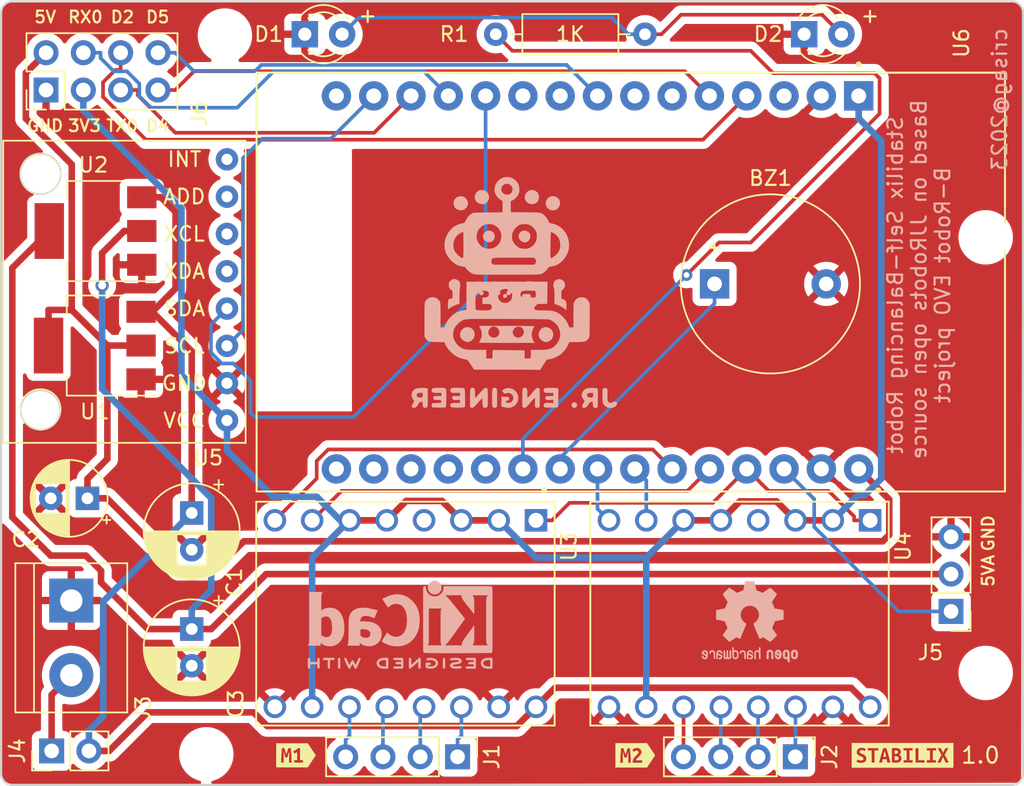
<source format=kicad_pcb>
(kicad_pcb (version 20221018) (generator pcbnew)
  (title_block (title "Stabilix - The 2WD Self-Balancing Robot") (date "2023-12-25") (rev "1.0") (company "Blue Manufatura e Comércio de Eletrônicos Ltda") (comment 2 "Based on JJ Robots open source project") (comment 3 "The 2WD Self-Balancing Robot") (comment 4 "Stabilix"))
  (layers (0 "F.Cu" signal) (31 "B.Cu" signal) (34 "B.Paste" user) (35 "F.Paste" user) (36 "B.SilkS" user "B.Silkscreen") (37 "F.SilkS" user "F.Silkscreen") (38 "B.Mask" user) (39 "F.Mask" user) (44 "Edge.Cuts" user))
  (net 0 "")
  (net 1 "GND")
  (net 2 "+7.5V")
  (net 3 "/~{ENABLE}")
  (net 4 "/M1-STEP")
  (net 5 "/M1-DIR")
  (net 6 "/M2-STEP")
  (net 7 "/M2-DIR")
  (net 8 "Net-(BZ1--)")
  (net 9 "Net-(D1-A)")
  (net 10 "/M1-1B")
  (net 11 "/M1-1A")
  (net 12 "/M1-2A")
  (net 13 "/M1-2B")
  (net 14 "+5VA")
  (net 15 "/M2-1B")
  (net 16 "/M2-1A")
  (net 17 "/M2-2A")
  (net 18 "/M2-2B")
  (net 19 "+5V")
  (net 20 "+3.3V")
  (net 21 "/M6050-SDA")
  (net 22 "/M6050-SCL")
  (net 23 "/SERVO")
  (net 24 "Net-(U6-D32)")
  (net 42 "Net-(J3-Pin_2)")
  (net 43 "/RX0")
  (net 44 "/TX0")
  (net 45 "/D2")
  (net 46 "/D4")
  (net 47 "/D5")
  (footprint "libraries:module_mpu6050" (layer "F.Cu") (at 114.7 80.02 180)
    (fp_text reference "U5" (at 1.27 -20.32) (layer "F.SilkS"))
    (fp_text value "module_mpu6050" hide)
    (fp_text user "GND" (at 2.9 -15.24) (layer "F.SilkS"))
    (fp_text user "XCL" (at 2.9 -5.08) (layer "F.SilkS"))
    (fp_text user "INT" (at 2.9 0) (layer "F.SilkS"))
    (fp_text user "SCL" (at 2.9 -12.7) (layer "F.SilkS"))
    (fp_text user "SDA" (at 2.9 -10.16) (layer "F.SilkS"))
    (fp_text user "ADD" (at 2.9 -2.54) (layer "F.SilkS"))
    (fp_text user "XDA" (at 2.9 -7.62) (layer "F.SilkS"))
    (fp_text user "VCC" (at 2.9 -17.78) (layer "F.SilkS"))
    (pad "1" thru_hole circle (at 0 -17.78 180) (size 1.524 1.524) (drill 0.762) (layers "*.Cu" "*.Mask") (net 20 "+3.3V"))
    (pad "2" thru_hole circle (at 0 -15.24 180) (size 1.524 1.524) (drill 0.762) (layers "*.Cu" "*.Mask") (net 1 "GND"))
    (pad "3" thru_hole circle (at 0 -12.7 180) (size 1.524 1.524) (drill 0.762) (layers "*.Cu" "*.Mask") (net 22 "/M6050-SCL"))
    (pad "4" thru_hole circle (at 0 -10.16 180) (size 1.524 1.524) (drill 0.762) (layers "*.Cu" "*.Mask") (net 21 "/M6050-SDA"))
    (pad "5" thru_hole circle (at 0 -7.62 180) (size 1.524 1.524) (drill 0.762) (layers "*.Cu" "*.Mask"))
    (pad "6" thru_hole circle (at 0 -5.08 180) (size 1.524 1.524) (drill 0.762) (layers "*.Cu" "*.Mask"))
    (pad "7" thru_hole circle (at 0 -2.54 180) (size 1.524 1.524) (drill 0.762) (layers "*.Cu" "*.Mask"))
    (pad "8" thru_hole circle (at 0 0 180) (size 1.524 1.524) (drill 0.762) (layers "*.Cu" "*.Mask"))
  )
  (footprint "Arduino_MountingHole:MountingHole_3.2mm" (layer "F.Cu") (at 113.29 120.3)
    (fp_text reference "MH2" hide)
    (fp_text value "MountingHole_3.2mm" hide)
    (pad "" np_thru_hole circle (at 0 0.23) (size 3.2 3.2) (drill 3.2) (layers "F&B.Cu" "*.Mask"))
  )
  (footprint "Resistor_THT:R_Axial_DIN0207_L6.3mm_D2.5mm_P10.16mm_Horizontal" (layer "F.Cu") (at 133 71.5)
    (fp_text reference "R1" (at -2.84 0) (layer "F.SilkS"))
    (fp_text value "1K" hide)
    (fp_text user "1K" (at 5.08 0) (layer "F.SilkS"))
    (pad "1" thru_hole circle (at 0 0) (size 1.6 1.6) (drill 0.8) (layers "*.Cu" "*.Mask") (net 24 "Net-(U6-D32)"))
    (pad "2" thru_hole oval (at 10.16 0) (size 1.6 1.6) (drill 0.8) (layers "*.Cu" "*.Mask") (net 9 "Net-(D1-A)"))
  )
  (footprint "Capacitor_THT:CP_Radial_D6.3mm_P2.50mm" (layer "F.Cu") (at 112.3 112 -90)
    (fp_text reference "C3" (at 5.1 -3 90) (layer "F.SilkS"))
    (fp_text value "220uF/16V" hide)
    (pad "1" thru_hole rect (at 0 0 270) (size 1.6 1.6) (drill 0.8) (layers "*.Cu" "*.Mask") (net 14 "+5VA"))
    (pad "2" thru_hole circle (at 2.5 0 270) (size 1.6 1.6) (drill 0.8) (layers "*.Cu" "*.Mask") (net 1 "GND"))
  )
  (footprint "Package_TO_SOT_SMD:SOT-223-3_TabPin2" (layer "F.Cu") (at 105.7 92.7 180)
    (fp_text reference "U1" (at 0 -4.5) (layer "F.SilkS"))
    (fp_text value "AMS1117-5.0" hide)
    (pad "1" smd rect (at -3.15 -2.3 180) (size 2 1.5) (layers "F.Cu" "F.Paste" "F.Mask") (net 1 "GND"))
    (pad "2" smd rect (at -3.15 0 180) (size 2 1.5) (layers "F.Cu" "F.Paste" "F.Mask") (net 19 "+5V"))
    (pad "2" smd rect (at 3.15 0 180) (size 2 3.8) (layers "F.Cu" "F.Paste" "F.Mask") (net 19 "+5V"))
    (pad "3" smd rect (at -3.15 2.3 180) (size 2 1.5) (layers "F.Cu" "F.Paste" "F.Mask") (net 2 "+7.5V"))
  )
  (footprint "kibuzzard-6589FCE6" (layer "F.Cu") (at 160.7 120.6)
    (fp_text reference "kibuzzard-6589FCE6" hide)
    (fp_text value "G***" hide)
  )
  (footprint "Arduino_MountingHole:MountingHole_3.2mm" (layer "F.Cu") (at 166.36 85.33)
    (fp_text reference "MH4" hide)
    (fp_text value "MountingHole_3.2mm" hide)
    (pad "" np_thru_hole circle (at 0 0) (size 3.2 3.2) (drill 3.2) (layers "F&B.Cu" "*.Mask"))
  )
  (footprint "Capacitor_THT:CP_Radial_D5.0mm_P2.50mm" (layer "F.Cu") (at 105.2 103.1 180)
    (fp_text reference "C2" (at 4.2 -2.8) (layer "F.SilkS"))
    (fp_text value "100uF/16V" hide)
    (pad "1" thru_hole rect (at 0 0 180) (size 1.6 1.6) (drill 0.8) (layers "*.Cu" "*.Mask") (net 19 "+5V"))
    (pad "2" thru_hole circle (at 2.5 0 180) (size 1.6 1.6) (drill 0.8) (layers "*.Cu" "*.Mask") (net 1 "GND"))
  )
  (footprint "Connector_PinHeader_2.54mm:PinHeader_2x04_P2.54mm_Vertical" (layer "F.Cu") (at 102.38 75.3 90)
    (fp_text reference "J6" (at -1.6 10.44 90) (layer "F.SilkS"))
    (fp_text value "Expansion" hide)
    (pad "1" thru_hole rect (at 0 0 90) (size 1.7 1.7) (drill 1) (layers "*.Cu" "*.Mask") (net 1 "GND"))
    (pad "2" thru_hole oval (at 2.54 0 90) (size 1.7 1.7) (drill 1) (layers "*.Cu" "*.Mask") (net 19 "+5V"))
    (pad "3" thru_hole oval (at 0 2.54 90) (size 1.7 1.7) (drill 1) (layers "*.Cu" "*.Mask") (net 20 "+3.3V"))
    (pad "4" thru_hole oval (at 2.54 2.54 90) (size 1.7 1.7) (drill 1) (layers "*.Cu" "*.Mask") (net 43 "/RX0"))
    (pad "5" thru_hole oval (at 0 5.08 90) (size 1.7 1.7) (drill 1) (layers "*.Cu" "*.Mask") (net 44 "/TX0"))
    (pad "6" thru_hole oval (at 2.54 5.08 90) (size 1.7 1.7) (drill 1) (layers "*.Cu" "*.Mask") (net 45 "/D2"))
    (pad "7" thru_hole oval (at 0 7.62 90) (size 1.7 1.7) (drill 1) (layers "*.Cu" "*.Mask") (net 46 "/D4"))
    (pad "8" thru_hole oval (at 2.54 7.62 90) (size 1.7 1.7) (drill 1) (layers "*.Cu" "*.Mask") (net 47 "/D5"))
  )
  (footprint "Connector_PinHeader_2.54mm:PinHeader_1x04_P2.54mm_Vertical" (layer "F.Cu") (at 130.4 120.7 -90)
    (fp_text reference "J1" (at 0 -2.33 90) (layer "F.SilkS"))
    (fp_text value "NEMA17-M1" hide)
    (pad "1" thru_hole rect (at 0 0 270) (size 1.7 1.7) (drill 1) (layers "*.Cu" "*.Mask") (net 13 "/M1-2B"))
    (pad "2" thru_hole oval (at 0 2.54 270) (size 1.7 1.7) (drill 1) (layers "*.Cu" "*.Mask") (net 12 "/M1-2A"))
    (pad "3" thru_hole oval (at 0 5.08 270) (size 1.7 1.7) (drill 1) (layers "*.Cu" "*.Mask") (net 11 "/M1-1A"))
    (pad "4" thru_hole oval (at 0 7.62 270) (size 1.7 1.7) (drill 1) (layers "*.Cu" "*.Mask") (net 10 "/M1-1B"))
  )
  (footprint "TerminalBlock:TerminalBlock_bornier-2_P5.08mm" (layer "F.Cu") (at 104.1 110.06 -90)
    (fp_text reference "J3" (at 7.34 -4.9 90) (layer "F.SilkS"))
    (fp_text value "KF35-2P Battery" hide)
    (pad "1" thru_hole rect (at 0 0 270) (size 3 3) (drill 1.52) (layers "*.Cu" "*.Mask") (net 1 "GND"))
    (pad "2" thru_hole circle (at 5.08 0 270) (size 3 3) (drill 1.52) (layers "*.Cu" "*.Mask") (net 42 "Net-(J3-Pin_2)"))
  )
  (footprint "libraries:MODULE_A4988_STEPPER_MOTOR_DRIVER_CARRIER" (layer "F.Cu") (at 149.6 110.95 -90)
    (fp_text reference "U4" (at -4.575 -11.135 90) (layer "F.SilkS"))
    (fp_text value "A4988_STEPPER_MOTOR_DRIVER_CARRIER" hide)
    (pad "1" thru_hole rect (at -6.35 -8.89 270) (size 1.53 1.53) (drill 1.02) (layers "*.Cu" "*.Mask") (net 3 "/~{ENABLE}"))
    (pad "2" thru_hole circle (at -6.35 -6.35 270) (size 1.53 1.53) (drill 1.02) (layers "*.Cu" "*.Mask") (net 20 "+3.3V"))
    (pad "3" thru_hole circle (at -6.35 -3.81 270) (size 1.53 1.53) (drill 1.02) (layers "*.Cu" "*.Mask") (net 20 "+3.3V"))
    (pad "4" thru_hole circle (at -6.35 -1.27 270) (size 1.53 1.53) (drill 1.02) (layers "*.Cu" "*.Mask"))
    (pad "5" thru_hole circle (at -6.35 1.27 270) (size 1.53 1.53) (drill 1.02) (layers "*.Cu" "*.Mask") (net 20 "+3.3V"))
    (pad "6" thru_hole circle (at -6.35 3.81 270) (size 1.53 1.53) (drill 1.02) (layers "*.Cu" "*.Mask") (net 20 "+3.3V"))
    (pad "7" thru_hole circle (at -6.35 6.35 270) (size 1.53 1.53) (drill 1.02) (layers "*.Cu" "*.Mask") (net 6 "/M2-STEP"))
    (pad "8" thru_hole circle (at -6.35 8.89 270) (size 1.53 1.53) (drill 1.02) (layers "*.Cu" "*.Mask") (net 7 "/M2-DIR"))
    (pad "9" thru_hole circle (at 6.35 8.89 270) (size 1.53 1.53) (drill 1.02) (layers "*.Cu" "*.Mask") (net 1 "GND"))
    (pad "10" thru_hole circle (at 6.35 6.35 270) (size 1.53 1.53) (drill 1.02) (layers "*.Cu" "*.Mask") (net 20 "+3.3V"))
    (pad "11" thru_hole circle (at 6.35 3.81 270) (size 1.53 1.53) (drill 1.02) (layers "*.Cu" "*.Mask") (net 15 "/M2-1B"))
    (pad "12" thru_hole circle (at 6.35 1.27 270) (size 1.53 1.53) (drill 1.02) (layers "*.Cu" "*.Mask") (net 16 "/M2-1A"))
    (pad "13" thru_hole circle (at 6.35 -1.27 270) (size 1.53 1.53) (drill 1.02) (layers "*.Cu" "*.Mask") (net 17 "/M2-2A"))
    (pad "14" thru_hole circle (at 6.35 -3.81 270) (size 1.53 1.53) (drill 1.02) (layers "*.Cu" "*.Mask") (net 18 "/M2-2B"))
    (pad "15" thru_hole circle (at 6.35 -6.35 270) (size 1.53 1.53) (drill 1.02) (layers "*.Cu" "*.Mask") (net 1 "GND"))
    (pad "16" thru_hole circle (at 6.35 -8.89 270) (size 1.53 1.53) (drill 1.02) (layers "*.Cu" "*.Mask") (net 2 "+7.5V"))
  )
  (footprint "Arduino_MountingHole:MountingHole_3.2mm" (layer "F.Cu") (at 166.36 114.99)
    (fp_text reference "MH4" hide)
    (fp_text value "MountingHole_3.2mm" hide)
    (pad "" np_thru_hole circle (at 0 0) (size 3.2 3.2) (drill 3.2) (layers "F&B.Cu" "*.Mask"))
  )
  (footprint "libraries:MODULE_ESP32_DEVKIT_V1" (layer "F.Cu") (at 142.195 88.4 -90)
    (fp_text reference "U6" (at -16.3 -22.515 90) (layer "F.SilkS"))
    (fp_text value "ESP32-DEVKIT-V1" hide)
    (pad "1" thru_hole rect (at -12.7 -15.515 270) (size 2 2) (drill 1.02) (layers "*.Cu" "*.Mask") (net 20 "+3.3V"))
    (pad "2" thru_hole circle (at -12.7 -12.975 270) (size 2 2) (drill 1.02) (layers "*.Cu" "*.Mask") (net 1 "GND"))
    (pad "3" thru_hole circle (at -12.7 -10.435 270) (size 2 2) (drill 1.02) (layers "*.Cu" "*.Mask"))
    (pad "4" thru_hole circle (at -12.7 -7.895 270) (size 2 2) (drill 1.02) (layers "*.Cu" "*.Mask") (net 45 "/D2"))
    (pad "5" thru_hole circle (at -12.7 -5.355 270) (size 2 2) (drill 1.02) (layers "*.Cu" "*.Mask") (net 46 "/D4"))
    (pad "6" thru_hole circle (at -12.7 -2.815 270) (size 2 2) (drill 1.02) (layers "*.Cu" "*.Mask"))
    (pad "7" thru_hole circle (at -12.7 -0.275 270) (size 2 2) (drill 1.02) (layers "*.Cu" "*.Mask"))
    (pad "8" thru_hole circle (at -12.7 2.265 270) (size 2 2) (drill 1.02) (layers "*.Cu" "*.Mask") (net 47 "/D5"))
    (pad "9" thru_hole circle (at -12.7 4.805 270) (size 2 2) (drill 1.02) (layers "*.Cu" "*.Mask"))
    (pad "10" thru_hole circle (at -12.7 7.345 270) (size 2 2) (drill 1.02) (layers "*.Cu" "*.Mask"))
    (pad "11" thru_hole circle (at -12.7 9.885 270) (size 2 2) (drill 1.02) (layers "*.Cu" "*.Mask") (net 21 "/M6050-SDA"))
    (pad "12" thru_hole circle (at -12.7 12.425 270) (size 2 2) (drill 1.02) (layers "*.Cu" "*.Mask") (net 43 "/RX0"))
    (pad "13" thru_hole circle (at -12.7 14.965 270) (size 2 2) (drill 1.02) (layers "*.Cu" "*.Mask") (net 44 "/TX0"))
    (pad "14" thru_hole circle (at -12.7 17.505 270) (size 2 2) (drill 1.02) (layers "*.Cu" "*.Mask") (net 22 "/M6050-SCL"))
    (pad "15" thru_hole circle (at -12.7 20.045 270) (size 2 2) (drill 1.02) (layers "*.Cu" "*.Mask"))
    (pad "16" thru_hole circle (at 12.7 20.045 270) (size 2 2) (drill 1.02) (layers "*.Cu" "*.Mask"))
    (pad "17" thru_hole circle (at 12.7 17.505 270) (size 2 2) (drill 1.02) (layers "*.Cu" "*.Mask"))
    (pad "18" thru_hole circle (at 12.7 14.965 270) (size 2 2) (drill 1.02) (layers "*.Cu" "*.Mask"))
    (pad "19" thru_hole circle (at 12.7 12.425 270) (size 2 2) (drill 1.02) (layers "*.Cu" "*.Mask"))
    (pad "20" thru_hole circle (at 12.7 9.885 270) (size 2 2) (drill 1.02) (layers "*.Cu" "*.Mask"))
    (pad "21" thru_hole circle (at 12.7 7.345 270) (size 2 2) (drill 1.02) (layers "*.Cu" "*.Mask") (net 24 "Net-(U6-D32)"))
    (pad "22" thru_hole circle (at 12.7 4.805 270) (size 2 2) (drill 1.02) (layers "*.Cu" "*.Mask") (net 8 "Net-(BZ1--)"))
    (pad "23" thru_hole circle (at 12.7 2.265 270) (size 2 2) (drill 1.02) (layers "*.Cu" "*.Mask") (net 7 "/M2-DIR"))
    (pad "24" thru_hole circle (at 12.7 -0.275 270) (size 2 2) (drill 1.02) (layers "*.Cu" "*.Mask") (net 6 "/M2-STEP"))
    (pad "25" thru_hole circle (at 12.7 -2.815 270) (size 2 2) (drill 1.02) (layers "*.Cu" "*.Mask") (net 5 "/M1-DIR"))
    (pad "26" thru_hole circle (at 12.7 -5.355 270) (size 2 2) (drill 1.02) (layers "*.Cu" "*.Mask") (net 4 "/M1-STEP"))
    (pad "27" thru_hole circle (at 12.7 -7.895 270) (size 2 2) (drill 1.02) (layers "*.Cu" "*.Mask") (net 3 "/~{ENABLE}"))
    (pad "28" thru_hole circle (at 12.7 -10.435 270) (size 2 2) (drill 1.02) (layers "*.Cu" "*.Mask") (net 23 "/SERVO"))
    (pad "29" thru_hole circle (at 12.7 -12.975 270) (size 2 2) (drill 1.02) (layers "*.Cu" "*.Mask") (net 1 "GND"))
    (pad "30" thru_hole circle (at 12.7 -15.515 270) (size 2 2) (drill 1.02) (layers "*.Cu" "*.Mask") (net 19 "+5V"))
    (zone (net 0) (net_name "") (layer "F.Cu") (connect_pads (clearance 0)) (min_thickness 0.01)
      (keepout (tracks not_allowed) (vias not_allowed) (pads not_allowed) (copperpour not_allowed) (footprints allowed))
      (fill (thermal_gap 0.508) (thermal_bridge_width 0.508))
      (polygon (pts (xy 123.21 79.49) (xy 123.21 97.18) (xy 116.72 97.18) (xy 116.72 79.49)))
    )
  )
  (footprint "libraries:MODULE_A4988_STEPPER_MOTOR_DRIVER_CARRIER" (layer "F.Cu") (at 126.85 110.95 -90)
    (fp_text reference "U3" (at -4.575 -11.135 90) (layer "F.SilkS"))
    (fp_text value "A4988_STEPPER_MOTOR_DRIVER_CARRIER" hide)
    (pad "1" thru_hole rect (at -6.35 -8.89 270) (size 1.53 1.53) (drill 1.02) (layers "*.Cu" "*.Mask") (net 3 "/~{ENABLE}"))
    (pad "2" thru_hole circle (at -6.35 -6.35 270) (size 1.53 1.53) (drill 1.02) (layers "*.Cu" "*.Mask") (net 20 "+3.3V"))
    (pad "3" thru_hole circle (at -6.35 -3.81 270) (size 1.53 1.53) (drill 1.02) (layers "*.Cu" "*.Mask") (net 20 "+3.3V"))
    (pad "4" thru_hole circle (at -6.35 -1.27 270) (size 1.53 1.53) (drill 1.02) (layers "*.Cu" "*.Mask"))
    (pad "5" thru_hole circle (at -6.35 1.27 270) (size 1.53 1.53) (drill 1.02) (layers "*.Cu" "*.Mask") (net 20 "+3.3V"))
    (pad "6" thru_hole circle (at -6.35 3.81 270) (size 1.53 1.53) (drill 1.02) (layers "*.Cu" "*.Mask") (net 20 "+3.3V"))
    (pad "7" thru_hole circle (at -6.35 6.35 270) (size 1.53 1.53) (drill 1.02) (layers "*.Cu" "*.Mask") (net 4 "/M1-STEP"))
    (pad "8" thru_hole circle (at -6.35 8.89 270) (size 1.53 1.53) (drill 1.02) (layers "*.Cu" "*.Mask") (net 5 "/M1-DIR"))
    (pad "9" thru_hole circle (at 6.35 8.89 270) (size 1.53 1.53) (drill 1.02) (layers "*.Cu" "*.Mask") (net 1 "GND"))
    (pad "10" thru_hole circle (at 6.35 6.35 270) (size 1.53 1.53) (drill 1.02) (layers "*.Cu" "*.Mask") (net 20 "+3.3V"))
    (pad "11" thru_hole circle (at 6.35 3.81 270) (size 1.53 1.53) (drill 1.02) (layers "*.Cu" "*.Mask") (net 10 "/M1-1B"))
    (pad "12" thru_hole circle (at 6.35 1.27 270) (size 1.53 1.53) (drill 1.02) (layers "*.Cu" "*.Mask") (net 11 "/M1-1A"))
    (pad "13" thru_hole circle (at 6.35 -1.27 270) (size 1.53 1.53) (drill 1.02) (layers "*.Cu" "*.Mask") (net 12 "/M1-2A"))
    (pad "14" thru_hole circle (at 6.35 -3.81 270) (size 1.53 1.53) (drill 1.02) (layers "*.Cu" "*.Mask") (net 13 "/M1-2B"))
    (pad "15" thru_hole circle (at 6.35 -6.35 270) (size 1.53 1.53) (drill 1.02) (layers "*.Cu" "*.Mask") (net 1 "GND"))
    (pad "16" thru_hole circle (at 6.35 -8.89 270) (size 1.53 1.53) (drill 1.02) (layers "*.Cu" "*.Mask") (net 2 "+7.5V"))
  )
  (footprint "Connector_PinHeader_2.54mm:PinHeader_1x02_P2.54mm_Vertical" (layer "F.Cu") (at 102.76 120.3 90)
    (fp_text reference "J4" (at 0 -2.33 90) (layer "F.SilkS"))
    (fp_text value "Power Switch" hide)
    (pad "1" thru_hole rect (at 0 0 90) (size 1.7 1.7) (drill 1) (layers "*.Cu" "*.Mask") (net 42 "Net-(J3-Pin_2)"))
    (pad "2" thru_hole oval (at 0 2.54 90) (size 1.7 1.7) (drill 1) (layers "*.Cu" "*.Mask") (net 2 "+7.5V"))
  )
  (footprint "Connector_PinHeader_2.54mm:PinHeader_1x04_P2.54mm_Vertical" (layer "F.Cu") (at 153.4 120.7 -90)
    (fp_text reference "J2" (at 0 -2.33 90) (layer "F.SilkS"))
    (fp_text value "NEMA17-M2" hide)
    (pad "1" thru_hole rect (at 0 0 270) (size 1.7 1.7) (drill 1) (layers "*.Cu" "*.Mask") (net 18 "/M2-2B"))
    (pad "2" thru_hole oval (at 0 2.54 270) (size 1.7 1.7) (drill 1) (layers "*.Cu" "*.Mask") (net 17 "/M2-2A"))
    (pad "3" thru_hole oval (at 0 5.08 270) (size 1.7 1.7) (drill 1) (layers "*.Cu" "*.Mask") (net 16 "/M2-1A"))
    (pad "4" thru_hole oval (at 0 7.62 270) (size 1.7 1.7) (drill 1) (layers "*.Cu" "*.Mask") (net 15 "/M2-1B"))
  )
  (footprint "Connector_PinHeader_2.54mm:PinHeader_1x03_P2.54mm_Vertical" (layer "F.Cu") (at 164 110.8 180)
    (fp_text reference "J5" (at 1.4 -2.8) (layer "F.SilkS"))
    (fp_text value "Servo" hide)
    (pad "1" thru_hole rect (at 0 0 180) (size 1.7 1.7) (drill 1) (layers "*.Cu" "*.Mask") (net 23 "/SERVO"))
    (pad "2" thru_hole oval (at 0 2.54 180) (size 1.7 1.7) (drill 1) (layers "*.Cu" "*.Mask") (net 14 "+5VA"))
    (pad "3" thru_hole oval (at 0 5.08 180) (size 1.7 1.7) (drill 1) (layers "*.Cu" "*.Mask") (net 1 "GND"))
  )
  (footprint "Package_TO_SOT_SMD:SOT-223-3_TabPin2" (layer "F.Cu") (at 105.75 84.9 180)
    (fp_text reference "U2" (at 0.15 4.5) (layer "F.SilkS"))
    (fp_text value "AMS1117-5.0" hide)
    (pad "1" smd rect (at -3.15 -2.3 180) (size 2 1.5) (layers "F.Cu" "F.Paste" "F.Mask") (net 1 "GND"))
    (pad "2" smd rect (at -3.15 0 180) (size 2 1.5) (layers "F.Cu" "F.Paste" "F.Mask") (net 14 "+5VA"))
    (pad "2" smd rect (at 3.15 0 180) (size 2 3.8) (layers "F.Cu" "F.Paste" "F.Mask") (net 14 "+5VA"))
    (pad "3" smd rect (at -3.15 2.3 180) (size 2 1.5) (layers "F.Cu" "F.Paste" "F.Mask") (net 2 "+7.5V"))
  )
  (footprint "LED_THT:LED_D3.0mm" (layer "F.Cu") (at 120 71.5)
    (fp_text reference "D1" (at -2.46 0) (layer "F.SilkS"))
    (fp_text value "LED" hide)
    (pad "1" thru_hole rect (at 0 0) (size 1.8 1.8) (drill 0.9) (layers "*.Cu" "*.Mask") (net 1 "GND"))
    (pad "2" thru_hole circle (at 2.54 0) (size 1.8 1.8) (drill 0.9) (layers "*.Cu" "*.Mask") (net 9 "Net-(D1-A)"))
  )
  (footprint "Capacitor_THT:CP_Radial_D6.3mm_P2.50mm" (layer "F.Cu") (at 112.3 104.1 -90)
    (fp_text reference "C1" (at 4.7 -2.9 90) (layer "F.SilkS"))
    (fp_text value "220uF/16V" hide)
    (pad "1" thru_hole rect (at 0 0 270) (size 1.6 1.6) (drill 0.8) (layers "*.Cu" "*.Mask") (net 2 "+7.5V"))
    (pad "2" thru_hole circle (at 2.5 0 270) (size 1.6 1.6) (drill 0.8) (layers "*.Cu" "*.Mask") (net 1 "GND"))
  )
  (footprint "Arduino_MountingHole:MountingHole_3.2mm" (layer "F.Cu") (at 114.56 71.7)
    (fp_text reference "MH1" hide)
    (fp_text value "MountingHole_3.2mm" hide)
    (pad "" np_thru_hole circle (at 0 -0.11) (size 3.2 3.2) (drill 3.2) (layers "F&B.Cu" "*.Mask"))
  )
  (footprint "kibuzzard-6589FE5A" (layer "F.Cu") (at 142.5 120.6)
    (fp_text reference "kibuzzard-6589FE5A" hide)
    (fp_text value "G***" hide)
  )
  (footprint "LED_THT:LED_D3.0mm" (layer "F.Cu") (at 154 71.5)
    (fp_text reference "D2" (at -2.46 0) (layer "F.SilkS"))
    (fp_text value "LED" hide)
    (pad "1" thru_hole rect (at 0 0) (size 1.8 1.8) (drill 0.9) (layers "*.Cu" "*.Mask") (net 1 "GND"))
    (pad "2" thru_hole circle (at 2.54 0) (size 1.8 1.8) (drill 0.9) (layers "*.Cu" "*.Mask") (net 9 "Net-(D1-A)"))
  )
  (footprint "Buzzer_Beeper:Buzzer_12x9.5RM7.6" (layer "F.Cu") (at 147.9 88.5)
    (fp_text reference "BZ1" (at 3.8 -7.2) (layer "F.SilkS"))
    (fp_text value "Buzzer")
    (fp_text user "+" (at -0.01 -2.54) (layer "F.SilkS"))
    (pad "1" thru_hole rect (at 0 0) (size 2 2) (drill 1) (layers "*.Cu" "*.Mask") (net 8 "Net-(BZ1--)"))
    (pad "2" thru_hole circle (at 7.6 0) (size 2 2) (drill 1) (layers "*.Cu" "*.Mask") (net 1 "GND"))
  )
  (footprint "kibuzzard-6589FE3E" (layer "F.Cu") (at 119.4 120.6)
    (fp_text reference "kibuzzard-6589FE3E" hide)
    (fp_text value "G***" hide)
  )
  (footprint "Symbol:KiCad-Logo2_5mm_SilkScreen" (layer "B.Cu") (at 126.5 111.694018 180)
    (fp_text reference "REF**" hide)
    (fp_text value "KiCad-Logo2_5mm_SilkScreen" hide)
  )
  (footprint "libraries:jr_engineer" (layer "B.Cu") (at 133.7 89.3 180)
    (fp_text reference "G***" (at 0 0) (layer "B.SilkS") (effects (font (size 1.5 1.5) (thickness 0.3)) (justify mirror)))
    (fp_text value "LOGO" hide)
  )
  (footprint "Symbol:OSHW-Logo2_7.3x6mm_SilkScreen" (layer "B.Cu") (at 150.3 111.5 180)
    (fp_text reference "REF**" hide)
    (fp_text value "OSHW-Logo2_7.3x6mm_SilkScreen" hide)
  )
  (gr_line (start 168.9 118.8) (end 168.9 121.851185) (stroke (width 0.15)) (layer "Edge.Cuts"))
  (gr_arc (start 99.32 70.032) (mid 99.543185 69.493185) (end 100.082 69.27) (stroke (width 0.15)) (layer "Edge.Cuts"))
  (gr_line (start 100.082 69.27) (end 168.141185 69.268) (stroke (width 0.15)) (layer "Edge.Cuts"))
  (gr_line (start 99.32 121.848) (end 99.32 70.032) (stroke (width 0.15)) (layer "Edge.Cuts"))
  (gr_circle (center 102 81) (end 101.3 79.8) (stroke (width 0.1)) (fill none) (layer "Edge.Cuts"))
  (gr_arc (start 168.903185 121.851185) (mid 168.680005 122.390005) (end 168.141185 122.613185) (stroke (width 0.15)) (layer "Edge.Cuts"))
  (gr_arc (start 100.082 122.61) (mid 99.543185 122.386815) (end 99.32 121.848) (stroke (width 0.15)) (layer "Edge.Cuts"))
  (gr_line (start 168.138 122.61) (end 100.082 122.61) (stroke (width 0.15)) (layer "Edge.Cuts"))
  (gr_circle (center 102 97.1) (end 101.4 95.9) (stroke (width 0.1)) (fill none) (layer "Edge.Cuts"))
  (gr_line (start 168.9 70.03) (end 168.9 118.8) (stroke (width 0.15)) (layer "Edge.Cuts"))
  (gr_arc (start 168.141185 69.268) (mid 168.68001 69.491179) (end 168.903185 70.03) (stroke (width 0.15)) (layer "Edge.Cuts"))
  (gr_text "Stabilix Self-Balancing Robot\nBased on JJRobots open source \nB-Robot EVO project" (at 164.01 88.58 90) (layer "B.SilkS") (effects (font (size 1 1)) (justify bottom mirror)))
  (gr_text "crisag@2023" (at 167.89 71.01 90) (layer "B.SilkS") (effects (font (size 1 1)) (justify left bottom mirror)))
  (gr_text "5VA" (at 167 109.2 90) (layer "F.SilkS") (effects (font (size 0.8 0.8)) (justify left bottom)))
  (gr_text "+" (at 125 70.8) (layer "F.SilkS") (effects (font (size 1 1)) (justify left bottom mirror)))
  (gr_text "D4" (at 109.1 78.2) (layer "F.SilkS") (effects (font (size 0.8 0.8)) (justify left bottom)))
  (gr_text "+" (at 159.2 70.8) (layer "F.SilkS") (effects (font (size 1 1)) (justify left bottom mirror)))
  (gr_text "3V3" (at 103.8 78.2) (layer "F.SilkS") (effects (font (size 0.8 0.8)) (justify left bottom)))
  (gr_text "RX0" (at 103.8 70.8) (layer "F.SilkS") (effects (font (size 0.8 0.8)) (justify left bottom)))
  (gr_text "1.0" (at 164.6 121.24325) (layer "F.SilkS") (effects (font (size 1.1 1.1)) (justify left bottom)))
  (gr_text "D5" (at 109.1 70.8) (layer "F.SilkS") (effects (font (size 0.8 0.8)) (justify left bottom)))
  (gr_text "D2" (at 106.7 70.8) (layer "F.SilkS") (effects (font (size 0.8 0.8)) (justify left bottom)))
  (gr_text "TX0" (at 106.4 78.2) (layer "F.SilkS") (effects (font (size 0.8 0.8)) (justify left bottom)))
  (gr_text "GND" (at 101 78.2) (layer "F.SilkS") (effects (font (size 0.8 0.8)) (justify left bottom)))
  (gr_text "GND" (at 167 106.8 90) (layer "F.SilkS") (effects (font (size 0.8 0.8)) (justify left bottom)))
  (gr_text "5V" (at 101.5 70.8) (layer "F.SilkS") (effects (font (size 0.8 0.8)) (justify left bottom)))
  (segment (start 105.3 120.3) (end 106.6769 120.3) (width 0.45) (layer "F.Cu") (net 2))
  (segment (start 157.1882 115.9982) (end 158.49 117.3) (width 0.45) (layer "F.Cu") (net 2))
  (segment (start 117.441 118.6079) (end 134.4321 118.6079) (width 0.45) (layer "F.Cu") (net 2))
  (segment (start 135.74 117.3) (end 137.0418 115.9982) (width 0.45) (layer "F.Cu") (net 2))
  (segment (start 134.4321 118.6079) (end 135.74 117.3) (width 0.45) (layer "F.Cu") (net 2))
  (segment (start 109.6135 90.4) (end 112.3 93.0865) (width 0.45) (layer "F.Cu") (net 2))
  (segment (start 106.6769 120.3) (end 109.3034 117.6735) (width 0.45) (layer "F.Cu") (net 2))
  (segment (start 111.2 83.6) (end 110.2 82.6) (width 0.45) (layer "F.Cu") (net 2))
  (segment (start 137.0418 115.9982) (end 157.1882 115.9982) (width 0.45) (layer "F.Cu") (net 2))
  (segment (start 110.2 82.6) (end 108.9 82.6) (width 0.45) (layer "F.Cu") (net 2))
  (segment (start 108.85 90.4) (end 109.6135 90.4) (width 0.45) (layer "F.Cu") (net 2))
  (segment (start 112.3 93.0865) (end 112.3 104.1) (width 0.45) (layer "F.Cu") (net 2))
  (segment (start 109.6135 90.4) (end 111.2 88.8135) (width 0.45) (layer "F.Cu") (net 2))
  (segment (start 116.5066 117.6735) (end 117.441 118.6079) (width 0.45) (layer "F.Cu") (net 2))
  (segment (start 111.2 88.8135) (end 111.2 83.6) (width 0.45) (layer "F.Cu") (net 2))
  (segment (start 109.3034 117.6735) (end 116.5066 117.6735) (width 0.45) (layer "F.Cu") (net 2))
  (segment (start 105.3 120.3) (end 105.3 118.9231) (width 0.45) (layer "B.Cu") (net 2))
  (segment (start 105.3 118.9231) (end 106.2736 117.9495) (width 0.45) (layer "B.Cu") (net 2))
  (segment (start 106.2736 117.9495) (end 106.2736 110.1264) (width 0.45) (layer "B.Cu") (net 2))
  (segment (start 106.2736 110.1264) (end 112.3 104.1) (width 0.45) (layer "B.Cu") (net 2))
  (segment (start 155.6664 102.5953) (end 151.5853 102.5953) (width 0.25) (layer "F.Cu") (net 3))
  (segment (start 135.74 104.6) (end 136.8319 104.6) (width 0.25) (layer "F.Cu") (net 3))
  (segment (start 157.3981 104.6) (end 157.3981 104.327) (width 0.25) (layer "F.Cu") (net 3))
  (segment (start 136.8319 104.6) (end 138.0238 103.4081) (width 0.25) (layer "F.Cu") (net 3))
  (segment (start 138.0238 103.4081) (end 147.7819 103.4081) (width 0.25) (layer "F.Cu") (net 3))
  (segment (start 157.3981 104.327) (end 155.6664 102.5953) (width 0.25) (layer "F.Cu") (net 3))
  (segment (start 158.49 104.6) (end 157.3981 104.6) (width 0.25) (layer "F.Cu") (net 3))
  (segment (start 151.5853 102.5953) (end 150.09 101.1) (width 0.25) (layer "F.Cu") (net 3))
  (segment (start 147.7819 103.4081) (end 150.09 101.1) (width 0.25) (layer "F.Cu") (net 3))
  (segment (start 122.506 102.594) (end 120.5 104.6) (width 0.25) (layer "F.Cu") (net 4))
  (segment (start 146.056 102.594) (end 122.506 102.594) (width 0.25) (layer "F.Cu") (net 4))
  (segment (start 147.55 101.1) (end 146.056 102.594) (width 0.25) (layer "F.Cu") (net 4))
  (segment (start 117.96 104.6) (end 120.81 101.75) (width 0.25) (layer "F.Cu") (net 5))
  (segment (start 120.81 101.75) (end 120.81 100.5552) (width 0.25) (layer "F.Cu") (net 5))
  (segment (start 143.6826 99.7726) (end 145.01 101.1) (width 0.25) (layer "F.Cu") (net 5))
  (segment (start 120.81 100.5552) (end 121.5926 99.7726) (width 0.25) (layer "F.Cu") (net 5))
  (segment (start 121.5926 99.7726) (end 143.6826 99.7726) (width 0.25) (layer "F.Cu") (net 5))
  (segment (start 143.25 101.88) (end 142.47 101.1) (width 0.25) (layer "B.Cu") (net 6))
  (segment (start 143.25 104.6) (end 143.25 101.88) (width 0.25) (layer "B.Cu") (net 6))
  (segment (start 139.93 103.82) (end 139.93 101.1) (width 0.25) (layer "B.Cu") (net 7))
  (segment (start 140.71 104.6) (end 139.93 103.82) (width 0.25) (layer "B.Cu") (net 7))
  (segment (start 147.9 89.8269) (end 137.39 100.3369) (width 0.25) (layer "B.Cu") (net 8))
  (segment (start 137.39 100.3369) (end 137.39 101.1) (width 0.25) (layer "B.Cu") (net 8))
  (segment (start 147.9 88.5) (end 147.9 89.8269) (width 0.25) (layer "B.Cu") (net 8))
  (segment (start 143.16 71.5) (end 144.2869 71.5) (width 0.25) (layer "F.Cu") (net 9))
  (segment (start 145.6138 70.1731) (end 144.2869 71.5) (width 0.25) (layer "F.Cu") (net 9))
  (segment (start 156.54 71.5) (end 155.2131 70.1731) (width 0.25) (layer "F.Cu") (net 9))
  (segment (start 155.2131 70.1731) (end 145.6138 70.1731) (width 0.25) (layer "F.Cu") (net 9))
  (segment (start 140.9016 70.3685) (end 142.0331 71.5) (width 0.25) (layer "B.Cu") (net 9))
  (segment (start 123.6715 70.3685) (end 140.9016 70.3685) (width 0.25) (layer "B.Cu") (net 9))
  (segment (start 143.16 71.5) (end 142.0331 71.5) (width 0.25) (layer "B.Cu") (net 9))
  (segment (start 122.54 71.5) (end 123.6715 70.3685) (width 0.25) (layer "B.Cu") (net 9))
  (segment (start 123.04 117.3) (end 123.04 119.2631) (width 0.25) (layer "B.Cu") (net 10))
  (segment (start 123.04 119.2631) (end 122.78 119.5231) (width 0.25) (layer "B.Cu") (net 10))
  (segment (start 122.78 120.7) (end 122.78 119.5231) (width 0.25) (layer "B.Cu") (net 10))
  (segment (start 125.58 117.3) (end 125.32 117.56) (width 0.25) (layer "B.Cu") (net 11))
  (segment (start 125.32 117.56) (end 125.32 120.7) (width 0.25) (layer "B.Cu") (net 11))
  (segment (start 127.86 117.56) (end 127.86 120.7) (width 0.25) (layer "B.Cu") (net 12))
  (segment (start 128.12 117.3) (end 127.86 117.56) (width 0.25) (layer "B.Cu") (net 12))
  (segment (start 130.66 119.2631) (end 130.4 119.5231) (width 0.25) (layer "B.Cu") (net 13))
  (segment (start 130.4 120.7) (end 130.4 119.5231) (width 0.25) (layer "B.Cu") (net 13))
  (segment (start 130.66 117.3) (end 130.66 119.2631) (width 0.25) (layer "B.Cu") (net 13))
  (segment (start 106.2 88.6) (end 106.2 86.4) (width 0.45) (layer "F.Cu") (net 14))
  (segment (start 106.2 86.4) (end 107.7 84.9) (width 0.45) (layer "F.Cu") (net 14))
  (segment (start 107.7 84.9) (end 108.9 84.9) (width 0.45) (layer "F.Cu") (net 14))
  (segment (start 112.9635 112) (end 109.3 112) (width 0.45) (layer "F.Cu") (net 14))
  (segment (start 105.09 107) (end 102.7 107) (width 0.45) (layer "F.Cu") (net 14))
  (segment (start 164 108.26) (end 117.3669 108.26) (width 0.45) (layer "F.Cu") (net 14))
  (segment (start 112.3 112) (end 112.9635 112) (width 0.45) (layer "F.Cu") (net 14))
  (segment (start 106.125 108.825) (end 106.125 108.035) (width 0.45) (layer "F.Cu") (net 14))
  (segment (start 102.7 107) (end 100.0828 104.3828) (width 0.45) (layer "F.Cu") (net 14))
  (segment (start 112.9635 112) (end 113.6269 112) (width 0.45) (layer "F.Cu") (net 14))
  (segment (start 100.0828 87.4172) (end 102.6 84.9) (width 0.45) (layer "F.Cu") (net 14))
  (segment (start 109.3 112) (end 106.125 108.825) (width 0.45) (layer "F.Cu") (net 14))
  (segment (start 117.3669 108.26) (end 113.6269 112) (width 0.45) (layer "F.Cu") (net 14))
  (segment (start 100.0828 104.3828) (end 100.0828 87.4172) (width 0.45) (layer "F.Cu") (net 14))
  (segment (start 106.125 108.035) (end 105.09 107) (width 0.45) (layer "F.Cu") (net 14))
  (via (at 106.2 88.6) (size 0.9) (drill 0.55) (layers "F.Cu" "B.Cu") (net 14))
  (segment (start 106.2 88.6) (end 106.2 95.6549) (width 0.45) (layer "B.Cu") (net 14))
  (segment (start 113.6269 103.0818) (end 113.6269 109.3462) (width 0.45) (layer "B.Cu") (net 14))
  (segment (start 106.2 95.6549) (end 113.6269 103.0818) (width 0.45) (layer "B.Cu") (net 14))
  (segment (start 112.3 110.6731) (end 112.3 112) (width 0.45) (layer "B.Cu") (net 14))
  (segment (start 113.6269 109.3462) (end 112.3 110.6731) (width 0.45) (layer "B.Cu") (net 14))
  (segment (start 145.78 120.7) (end 145.78 119.5231) (width 0.25) (layer "F.Cu") (net 15))
  (segment (start 145.79 117.3) (end 145.79 119.5131) (width 0.25) (layer "F.Cu") (net 15))
  (segment (start 145.79 119.5131) (end 145.78 119.5231) (width 0.25) (layer "F.Cu") (net 15))
  (segment (start 148.33 117.3) (end 148.32 117.31) (width 0.25) (layer "B.Cu") (net 16))
  (segment (start 148.32 117.31) (end 148.32 120.7) (width 0.25) (layer "B.Cu") (net 16))
  (segment (start 150.86 117.31) (end 150.86 120.7) (width 0.25) (layer "B.Cu") (net 17))
  (segment (start 150.87 117.3) (end 150.86 117.31) (width 0.25) (layer "B.Cu") (net 17))
  (segment (start 153.4 120.7) (end 153.4 119.5231) (width 0.25) (layer "B.Cu") (net 18))
  (segment (start 153.41 117.3) (end 153.41 119.5131) (width 0.25) (layer "B.Cu") (net 18))
  (segment (start 153.41 119.5131) (end 153.4 119.5231) (width 0.25) (layer "B.Cu") (net 18))
  (segment (start 105.2 103.1) (end 106.5269 103.1) (width 0.45) (layer "F.Cu") (net 19))
  (segment (start 101.0031 77.2409) (end 104.1303 80.3681) (width 0.45) (layer "F.Cu") (net 19))
  (segment (start 106.5572 92.7) (end 106.5572 100.4159) (width 0.45) (layer "F.Cu") (net 19))
  (segment (start 106.5572 92.7) (end 104.1303 90.2731) (width 0.45) (layer "F.Cu") (net 19))
  (segment (start 159.3502 106.0252) (end 115.8439 106.0252) (width 0.45) (layer "F.Cu") (net 19))
  (segment (start 159.7957 103.1857) (end 159.7957 105.5797) (width 0.45) (layer "F.Cu") (net 19))
  (segment (start 104.1303 90.2731) (end 102.55 90.2731) (width 0.45) (layer "F.Cu") (net 19))
  (segment (start 108.85 92.7) (end 107.5115 92.7) (width 0.45) (layer "F.Cu") (net 19))
  (segment (start 159.7957 105.5797) (end 159.3502 106.0252) (width 0.45) (layer "F.Cu") (net 19))
  (segment (start 111.3987 107.9718) (end 106.5269 103.1) (width 0.45) (layer "F.Cu") (net 19))
  (segment (start 106.5572 100.4159) (end 105.2 101.7731) (width 0.45) (layer "F.Cu") (net 19))
  (segment (start 113.8973 107.9718) (end 111.3987 107.9718) (width 0.45) (layer "F.Cu") (net 19))
  (segment (start 107.5115 92.7) (end 106.5572 92.7) (width 0.45) (layer "F.Cu") (net 19))
  (segment (start 115.8439 106.0252) (end 113.8973 107.9718) (width 0.45) (layer "F.Cu") (net 19))
  (segment (start 101.0031 74.1369) (end 101.0031 77.2409) (width 0.45) (layer "F.Cu") (net 19))
  (segment (start 102.38 72.76) (end 101.0031 74.1369) (width 0.45) (layer "F.Cu") (net 19))
  (segment (start 104.1303 80.3681) (end 104.1303 90.2731) (width 0.45) (layer "F.Cu") (net 19))
  (segment (start 102.55 92.7) (end 102.55 90.2731) (width 0.45) (layer "F.Cu") (net 19))
  (segment (start 105.2 103.1) (end 105.2 101.7731) (width 0.45) (layer "F.Cu") (net 19))
  (segment (start 157.71 101.1) (end 159.7957 103.1857) (width 0.45) (layer "F.Cu") (net 19))
  (segment (start 126.9023 103.2777) (end 125.58 104.6) (width 0.45) (layer "F.Cu") (net 20))
  (segment (start 149.6219 103.3081) (end 148.33 104.6) (width 0.45) (layer "F.Cu") (net 20))
  (segment (start 152.1181 103.3081) (end 149.6219 103.3081) (width 0.45) (layer "F.Cu") (net 20))
  (segment (start 148.33 104.6) (end 145.79 104.6) (width 0.45) (layer "F.Cu") (net 20))
  (segment (start 125.58 104.6) (end 123.04 104.6) (width 0.45) (layer "F.Cu") (net 20))
  (segment (start 133.2 104.6) (end 130.66 104.6) (width 0.45) (layer "F.Cu") (net 20))
  (segment (start 155.95 104.6) (end 153.41 104.6) (width 0.45) (layer "F.Cu") (net 20))
  (segment (start 153.41 104.6) (end 152.1181 103.3081) (width 0.45) (layer "F.Cu") (net 20))
  (segment (start 129.3377 103.2777) (end 126.9023 103.2777) (width 0.45) (layer "F.Cu") (net 20))
  (segment (start 130.66 104.6) (end 129.3377 103.2777) (width 0.45) (layer "F.Cu") (net 20))
  (segment (start 120.8098 102.9926) (end 117.8453 102.9926) (width 0.45) (layer "B.Cu") (net 20))
  (segment (start 122.7286 104.9114) (end 120.8098 102.9926) (width 0.45) (layer "B.Cu") (net 20))
  (segment (start 158.1152 102.8898) (end 157.6602 102.8898) (width 0.45) (layer "B.Cu") (net 20))
  (segment (start 117.8453 102.9926) (end 114.7 99.8473) (width 0.45) (layer "B.Cu") (net 20))
  (segment (start 145.79 104.6) (end 143.25 107.14) (width 0.45) (layer "B.Cu") (net 20))
  (segment (start 159.2459 78.7628) (end 159.2459 101.7591) (width 0.45) (layer "B.Cu") (net 20))
  (segment (start 114.7 99.8473) (end 114.7 97.8) (width 0.45) (layer "B.Cu") (net 20))
  (segment (start 135.74 107.14) (end 133.2 104.6) (width 0.45) (layer "B.Cu") (net 20))
  (segment (start 143.25 107.14) (end 135.74 107.14) (width 0.45) (layer "B.Cu") (net 20))
  (segment (start 114.7 97.8) (end 111.6 94.7) (width 0.45) (layer "B.Cu") (net 20))
  (segment (start 157.71 77.2269) (end 159.2459 78.7628) (width 0.45) (layer "B.Cu") (net 20))
  (segment (start 122.7286 104.9114) (end 120.5 107.14) (width 0.45) (layer "B.Cu") (net 20))
  (segment (start 104.92 76.6769) (end 104.92 75.3) (width 0.45) (layer "B.Cu") (net 20))
  (segment (start 157.6602 102.8898) (end 155.95 104.6) (width 0.45) (layer "B.Cu") (net 20))
  (segment (start 111.6 83.3569) (end 104.92 76.6769) (width 0.45) (layer "B.Cu") (net 20))
  (segment (start 120.5 107.14) (end 120.5 117.3) (width 0.45) (layer "B.Cu") (net 20))
  (segment (start 123.04 104.6) (end 122.7286 104.9114) (width 0.45) (layer "B.Cu") (net 20))
  (segment (start 111.6 94.7) (end 111.6 83.3569) (width 0.45) (layer "B.Cu") (net 20))
  (segment (start 157.71 75.7) (end 157.71 77.2269) (width 0.45) (layer "B.Cu") (net 20))
  (segment (start 143.25 107.14) (end 143.25 117.3) (width 0.45) (layer "B.Cu") (net 20))
  (segment (start 159.2459 101.7591) (end 158.1152 102.8898) (width 0.45) (layer "B.Cu") (net 20))
  (segment (start 114.7 90.18) (end 113.6106 91.2694) (width 0.25) (layer "B.Cu") (net 21))
  (segment (start 116.5978 97.5624) (end 123.3225 97.5624) (width 0.25) (layer "B.Cu") (net 21))
  (segment (start 116.3003 97.2649) (end 116.5978 97.5624) (width 0.25) (layer "B.Cu") (net 21))
  (segment (start 115.1323 93.9193) (end 116.3003 95.0873) (width 0.25) (layer "B.Cu") (net 21))
  (segment (start 114.344 93.9193) (end 115.1323 93.9193) (width 0.25) (layer "B.Cu") (net 21))
  (segment (start 123.3225 97.5624) (end 132.31 88.5749) (width 0.25) (layer "B.Cu") (net 21))
  (segment (start 113.6106 93.1859) (end 114.344 93.9193) (width 0.25) (layer "B.Cu") (net 21))
  (segment (start 116.3003 95.0873) (end 116.3003 97.2649) (width 0.25) (layer "B.Cu") (net 21))
  (segment (start 113.6106 91.2694) (end 113.6106 93.1859) (width 0.25) (layer "B.Cu") (net 21))
  (segment (start 132.31 88.5749) (end 132.31 75.7) (width 0.25) (layer "B.Cu") (net 21))
  (segment (start 124.69 75.7) (end 121.7767 78.6133) (width 0.25) (layer "B.Cu") (net 22))
  (segment (start 115.7906 79.9373) (end 115.7906 91.6294) (width 0.25) (layer "B.Cu") (net 22))
  (segment (start 115.7906 91.6294) (end 114.7 92.72) (width 0.25) (layer "B.Cu") (net 22))
  (segment (start 121.7767 78.6133) (end 117.1146 78.6133) (width 0.25) (layer "B.Cu") (net 22))
  (segment (start 117.1146 78.6133) (end 115.7906 79.9373) (width 0.25) (layer "B.Cu") (net 22))
  (segment (start 160.4322 110.8) (end 164 110.8) (width 0.25) (layer "B.Cu") (net 23))
  (segment (start 154.68 103.15) (end 154.68 105.0478) (width 0.25) (layer "B.Cu") (net 23))
  (segment (start 154.68 105.0478) (end 160.4322 110.8) (width 0.25) (layer "B.Cu") (net 23))
  (segment (start 152.63 101.1) (end 154.68 103.15) (width 0.25) (layer "B.Cu") (net 23))
  (segment (start 151.8819 74.1478) (end 158.7833 74.1478) (width 0.25) (layer "F.Cu") (net 24))
  (segment (start 159.1369 74.5014) (end 159.1369 76.9066) (width 0.25) (layer "F.Cu") (net 24))
  (segment (start 134.1269 72.6269) (end 150.361 72.6269) (width 0.25) (layer "F.Cu") (net 24))
  (segment (start 159.1369 76.9066) (end 150.3621 85.6814) (width 0.25) (layer "F.Cu") (net 24))
  (segment (start 150.361 72.6269) (end 151.8819 74.1478) (width 0.25) (layer "F.Cu") (net 24))
  (segment (start 148.2011 85.6814) (end 145.9878 87.8947) (width 0.25) (layer "F.Cu") (net 24))
  (segment (start 158.7833 74.1478) (end 159.1369 74.5014) (width 0.25) (layer "F.Cu") (net 24))
  (segment (start 133 71.5) (end 134.1269 72.6269) (width 0.25) (layer "F.Cu") (net 24))
  (segment (start 150.3621 85.6814) (end 148.2011 85.6814) (width 0.25) (layer "F.Cu") (net 24))
  (via (at 145.9878 87.8947) (size 0.8) (drill 0.4) (layers "F.Cu" "B.Cu") (net 24))
  (segment (start 145.9878 87.8947) (end 134.85 99.0325) (width 0.25) (layer "B.Cu") (net 24))
  (segment (start 134.85 99.0325) (end 134.85 101.1) (width 0.25) (layer "B.Cu") (net 24))
  (segment (start 104.1 115.14) (end 102.76 116.48) (width 0.45) (layer "F.Cu") (net 42))
  (segment (start 102.76 116.48) (end 102.76 120.3) (width 0.45) (layer "F.Cu") (net 42))
  (segment (start 106.9957 74.0246) (end 106.0969 73.1258) (width 0.25) (layer "B.Cu") (net 43))
  (segment (start 108.73 74.8691) (end 107.8855 74.0246) (width 0.25) (layer "B.Cu") (net 43))
  (segment (start 104.92 72.76) (end 106.0969 72.76) (width 0.25) (layer "B.Cu") (net 43))
  (segment (start 117.8598 74.0431) (end 115.3968 76.5061) (width 0.25) (layer "B.Cu") (net 43))
  (segment (start 115.3968 76.5061) (end 109.5201 76.5061) (width 0.25) (layer "B.Cu") (net 43))
  (segment (start 109.5201 76.5061) (end 108.73 75.716) (width 0.25) (layer "B.Cu") (net 43))
  (segment (start 107.8855 74.0246) (end 106.9957 74.0246) (width 0.25) (layer "B.Cu") (net 43))
  (segment (start 128.1131 74.0431) (end 117.8598 74.0431) (width 0.25) (layer "B.Cu") (net 43))
  (segment (start 106.0969 73.1258) (end 106.0969 72.76) (width 0.25) (layer "B.Cu") (net 43))
  (segment (start 129.77 75.7) (end 128.1131 74.0431) (width 0.25) (layer "B.Cu") (net 43))
  (segment (start 108.73 75.716) (end 108.73 74.8691) (width 0.25) (layer "B.Cu") (net 43))
  (segment (start 111.1838 78.2127) (end 108.6369 75.6658) (width 0.25) (layer "F.Cu") (net 44))
  (segment (start 107.46 75.3) (end 108.6369 75.3) (width 0.25) (layer "F.Cu") (net 44))
  (segment (start 127.23 75.7) (end 124.7173 78.2127) (width 0.25) (layer "F.Cu") (net 44))
  (segment (start 108.6369 75.6658) (end 108.6369 75.3) (width 0.25) (layer "F.Cu") (net 44))
  (segment (start 124.7173 78.2127) (end 111.1838 78.2127) (width 0.25) (layer "F.Cu") (net 44))
  (segment (start 106.2607 74.7704) (end 106.2607 75.7675) (width 0.25) (layer "F.Cu") (net 45))
  (segment (start 107.46 72.76) (end 107.46 73.9369) (width 0.25) (layer "F.Cu") (net 45))
  (segment (start 107.46 73.9369) (end 107.0942 73.9369) (width 0.25) (layer "F.Cu") (net 45))
  (segment (start 106.2607 75.7675) (end 109.1751 78.6819) (width 0.25) (layer "F.Cu") (net 45))
  (segment (start 109.1751 78.6819) (end 147.1081 78.6819) (width 0.25) (layer "F.Cu") (net 45))
  (segment (start 107.0942 73.9369) (end 106.2607 74.7704) (width 0.25) (layer "F.Cu") (net 45))
  (segment (start 147.1081 78.6819) (end 150.09 75.7) (width 0.25) (layer "F.Cu") (net 45))
  (segment (start 110 75.3) (end 111.1769 75.3) (width 0.25) (layer "F.Cu") (net 46))
  (segment (start 112.456 74.0209) (end 111.1769 75.3) (width 0.25) (layer "F.Cu") (net 46))
  (segment (start 147.55 75.7) (end 145.8709 74.0209) (width 0.25) (layer "F.Cu") (net 46))
  (segment (start 145.8709 74.0209) (end 112.456 74.0209) (width 0.25) (layer "F.Cu") (net 46))
  (segment (start 112.4115 73.9946) (end 111.1769 72.76) (width 0.25) (layer "B.Cu") (net 47))
  (segment (start 117.0388 73.5912) (end 116.6354 73.9946) (width 0.25) (layer "B.Cu") (net 47))
  (segment (start 137.8212 73.5912) (end 117.0388 73.5912) (width 0.25) (layer "B.Cu") (net 47))
  (segment (start 116.6354 73.9946) (end 112.4115 73.9946) (width 0.25) (layer "B.Cu") (net 47))
  (segment (start 110 72.76) (end 111.1769 72.76) (width 0.25) (layer "B.Cu") (net 47))
  (segment (start 139.93 75.7) (end 137.8212 73.5912) (width 0.25) (layer "B.Cu") (net 47))
  (zone (net 1) (net_name "GND") (layer "F.Cu") (connect_pads (clearance 0.5)) (min_thickness 0.25) (fill yes (thermal_gap 0.5) (thermal_bridge_width 0.5))
    (polygon (pts (xy 99.3 69.3) (xy 168.87 69.17) (xy 168.77 122.47) (xy 99.3 122.6)))
  )
)
</source>
